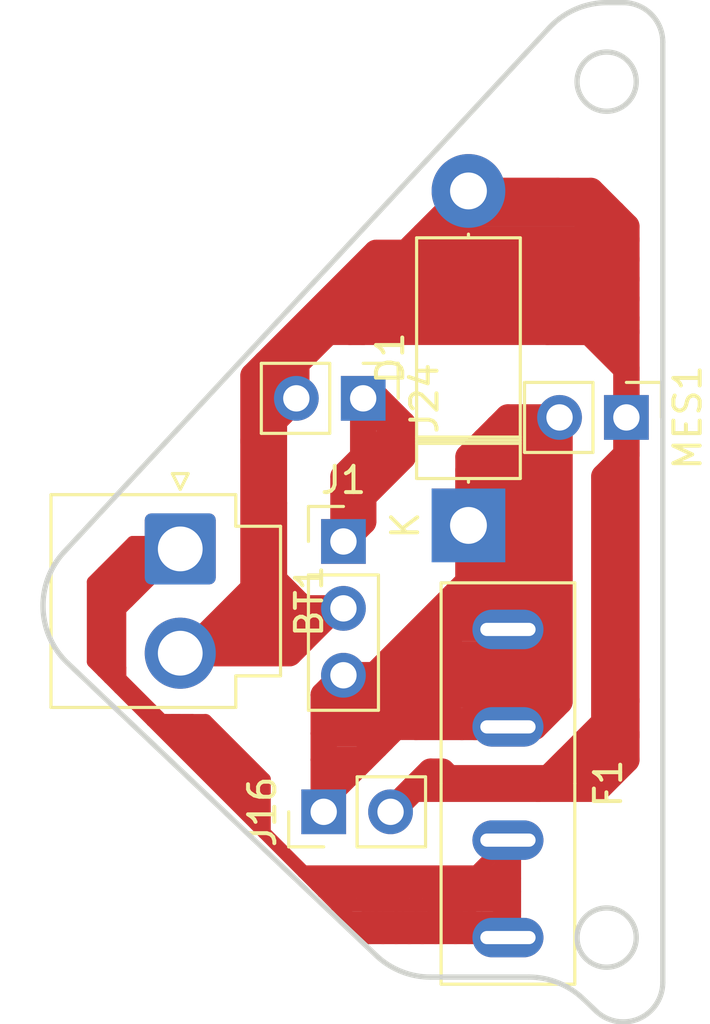
<source format=kicad_pcb>
(kicad_pcb (version 20221018) (generator pcbnew)
  (layers (0 "F.Cu" signal) (31 "B.Cu" signal) (34 "B.Paste" user) (35 "F.Paste" user) (36 "B.SilkS" user "B.Silkscreen") (37 "F.SilkS" user "F.Silkscreen") (38 "B.Mask" user) (39 "F.Mask" user) (44 "Edge.Cuts" user))
  (net 0 "")
  (net 1 "Net-(BT1-+)")
  (net 2 "GND")
  (net 3 "+12V")
  (net 4 "+5V")
  (footprint "Diode_THT:D_5W_P12.70mm_Horizontal" (layer "F.Cu") (at 164.75 96.85 90)
    (fp_text reference "D1" (at 6.35 -2.97 90) (layer "F.SilkS"))
    (fp_text value "D_Shockley")
    (fp_text user "K" (at 0 -2.4 90) (layer "F.SilkS"))
    (fp_line (start 1.64 0) (end 1.78 0) (stroke (width 0.12)) (layer "F.SilkS"))
    (fp_line (start 1.78 -1.97) (end 1.78 1.97) (stroke (width 0.12)) (layer "F.SilkS"))
    (fp_line (start 1.78 1.97) (end 10.92 1.97) (stroke (width 0.12)) (layer "F.SilkS"))
    (fp_line (start 3.115 -1.97) (end 3.115 1.97) (stroke (width 0.12)) (layer "F.SilkS"))
    (fp_line (start 3.235 -1.97) (end 3.235 1.97) (stroke (width 0.12)) (layer "F.SilkS"))
    (fp_line (start 3.355 -1.97) (end 3.355 1.97) (stroke (width 0.12)) (layer "F.SilkS"))
    (fp_line (start 10.92 -1.97) (end 1.78 -1.97) (stroke (width 0.12)) (layer "F.SilkS"))
    (fp_line (start 10.92 1.97) (end 10.92 -1.97) (stroke (width 0.12)) (layer "F.SilkS"))
    (fp_line (start 11.06 0) (end 10.92 0) (stroke (width 0.12)) (layer "F.SilkS"))
    (pad "1" thru_hole rect (at 0 0 90) (size 2.8 2.8) (drill 1.4) (layers "*.Cu" "*.Mask") (net 3 "+12V"))
    (pad "2" thru_hole oval (at 12.7 0 90) (size 2.8 2.8) (drill 1.4) (layers "*.Cu" "*.Mask") (net 2 "GND"))
  )
  (footprint "Connector_PinHeader_2.54mm:PinHeader_1x02_P2.54mm_Vertical" (layer "F.Cu") (at 159.25 107.725 90)
    (fp_text reference "J16" (at 0 -2.33 90) (layer "F.SilkS"))
    (fp_text value "Conn_01x02_Socket")
    (fp_line (start -1.33 -1.33) (end 0 -1.33) (stroke (width 0.12)) (layer "F.SilkS"))
    (fp_line (start -1.33 0) (end -1.33 -1.33) (stroke (width 0.12)) (layer "F.SilkS"))
    (fp_line (start -1.33 1.27) (end -1.33 3.87) (stroke (width 0.12)) (layer "F.SilkS"))
    (fp_line (start -1.33 1.27) (end 1.33 1.27) (stroke (width 0.12)) (layer "F.SilkS"))
    (fp_line (start -1.33 3.87) (end 1.33 3.87) (stroke (width 0.12)) (layer "F.SilkS"))
    (fp_line (start 1.33 1.27) (end 1.33 3.87) (stroke (width 0.12)) (layer "F.SilkS"))
    (pad "1" thru_hole rect (at 0 0 90) (size 1.7 1.7) (drill 1) (layers "*.Cu" "*.Mask") (net 3 "+12V"))
    (pad "2" thru_hole oval (at 0 2.54 90) (size 1.7 1.7) (drill 1) (layers "*.Cu" "*.Mask") (net 2 "GND"))
  )
  (footprint "Connector_PinHeader_2.54mm:PinHeader_1x03_P2.54mm_Vertical" (layer "F.Cu") (at 160 97.46)
    (fp_text reference "J1" (at 0 -2.33) (layer "F.SilkS"))
    (fp_text value "Conn_01x03_Socket")
    (fp_line (start -1.33 -1.33) (end 0 -1.33) (stroke (width 0.12)) (layer "F.SilkS"))
    (fp_line (start -1.33 0) (end -1.33 -1.33) (stroke (width 0.12)) (layer "F.SilkS"))
    (fp_line (start -1.33 1.27) (end -1.33 6.41) (stroke (width 0.12)) (layer "F.SilkS"))
    (fp_line (start -1.33 1.27) (end 1.33 1.27) (stroke (width 0.12)) (layer "F.SilkS"))
    (fp_line (start -1.33 6.41) (end 1.33 6.41) (stroke (width 0.12)) (layer "F.SilkS"))
    (fp_line (start 1.33 1.27) (end 1.33 6.41) (stroke (width 0.12)) (layer "F.SilkS"))
    (pad "1" thru_hole rect (at 0 0) (size 1.7 1.7) (drill 1) (layers "*.Cu" "*.Mask") (net 4 "+5V"))
    (pad "2" thru_hole oval (at 0 2.54) (size 1.7 1.7) (drill 1) (layers "*.Cu" "*.Mask") (net 2 "GND"))
    (pad "3" thru_hole oval (at 0 5.08) (size 1.7 1.7) (drill 1) (layers "*.Cu" "*.Mask") (net 3 "+12V"))
  )
  (footprint "Connector_PinHeader_2.54mm:PinHeader_1x02_P2.54mm_Vertical" (layer "F.Cu") (at 160.75 92.025 -90)
    (fp_text reference "J24" (at 0 -2.33 90) (layer "F.SilkS"))
    (fp_text value "Conn_01x02_Socket")
    (fp_line (start -1.33 -1.33) (end 0 -1.33) (stroke (width 0.12)) (layer "F.SilkS"))
    (fp_line (start -1.33 0) (end -1.33 -1.33) (stroke (width 0.12)) (layer "F.SilkS"))
    (fp_line (start -1.33 1.27) (end -1.33 3.87) (stroke (width 0.12)) (layer "F.SilkS"))
    (fp_line (start -1.33 1.27) (end 1.33 1.27) (stroke (width 0.12)) (layer "F.SilkS"))
    (fp_line (start -1.33 3.87) (end 1.33 3.87) (stroke (width 0.12)) (layer "F.SilkS"))
    (fp_line (start 1.33 1.27) (end 1.33 3.87) (stroke (width 0.12)) (layer "F.SilkS"))
    (pad "1" thru_hole rect (at 0 0 270) (size 1.7 1.7) (drill 1) (layers "*.Cu" "*.Mask") (net 4 "+5V"))
    (pad "2" thru_hole oval (at 0 2.54 270) (size 1.7 1.7) (drill 1) (layers "*.Cu" "*.Mask") (net 2 "GND"))
  )
  (footprint "Connector_PinHeader_2.54mm:PinHeader_1x02_P2.54mm_Vertical" (layer "F.Cu") (at 170.75 92.75 -90)
    (fp_text reference "MES1" (at 0 -2.33 90) (layer "F.SilkS"))
    (fp_text value "Voltmeter_DC")
    (fp_line (start -1.33 -1.33) (end 0 -1.33) (stroke (width 0.12)) (layer "F.SilkS"))
    (fp_line (start -1.33 0) (end -1.33 -1.33) (stroke (width 0.12)) (layer "F.SilkS"))
    (fp_line (start -1.33 1.27) (end -1.33 3.87) (stroke (width 0.12)) (layer "F.SilkS"))
    (fp_line (start -1.33 1.27) (end 1.33 1.27) (stroke (width 0.12)) (layer "F.SilkS"))
    (fp_line (start -1.33 3.87) (end 1.33 3.87) (stroke (width 0.12)) (layer "F.SilkS"))
    (fp_line (start 1.33 1.27) (end 1.33 3.87) (stroke (width 0.12)) (layer "F.SilkS"))
    (pad "1" thru_hole rect (at 0 0 270) (size 1.7 1.7) (drill 1) (layers "*.Cu" "*.Mask") (net 2 "GND"))
    (pad "2" thru_hole oval (at 0 2.54 270) (size 1.7 1.7) (drill 1) (layers "*.Cu" "*.Mask") (net 3 "+12V"))
  )
  (footprint "Fuse_Socket:fuse_socket" (layer "F.Cu") (at 163.71 106.65 90)
    (fp_text reference "F1" (at 0 6.35 90) (layer "F.SilkS"))
    (fp_text value "Fuse")
    (fp_line (start -7.62 0) (end -7.62 5.08) (stroke (width 0.12)) (layer "F.SilkS"))
    (fp_line (start -7.62 5.08) (end 0 5.08) (stroke (width 0.12)) (layer "F.SilkS"))
    (fp_line (start 0 0) (end -7.62 0) (stroke (width 0.12)) (layer "F.SilkS"))
    (fp_line (start 0 5.08) (end 7.62 5.08) (stroke (width 0.12)) (layer "F.SilkS"))
    (fp_line (start 7.62 0) (end 0 0) (stroke (width 0.12)) (layer "F.SilkS"))
    (fp_line (start 7.62 5.08) (end 7.62 0) (stroke (width 0.12)) (layer "F.SilkS"))
    (pad "1" thru_hole oval (at -5.85 2.54 90) (size 1.5 2.7) (drill oval 0.5 2.1) (layers "*.Cu" "*.Mask") (net 1 "Net-(BT1-+)"))
    (pad "1" thru_hole oval (at -2.15 2.54 90) (size 1.5 2.7) (drill oval 0.5 2.1) (layers "*.Cu" "*.Mask") (net 1 "Net-(BT1-+)"))
    (pad "2" thru_hole oval (at 2.15 2.54 90) (size 1.5 2.7) (drill oval 0.5 2.1) (layers "*.Cu" "*.Mask") (net 3 "+12V"))
    (pad "2" thru_hole oval (at 5.85 2.54 90) (size 1.5 2.7) (drill oval 0.5 2.1) (layers "*.Cu" "*.Mask") (net 3 "+12V"))
  )
  (footprint "Connector_JST:JST_VH_B2P-VH-B_1x02_P3.96mm_Vertical" (layer "F.Cu") (at 153.8 97.7425 -90)
    (fp_text reference "BT1" (at 1.98 -4.9 90) (layer "F.SilkS"))
    (fp_text value "Battery")
    (fp_line (start -2.86 -0.3) (end -2.26 0) (stroke (width 0.12)) (layer "F.SilkS"))
    (fp_line (start -2.86 0.3) (end -2.86 -0.3) (stroke (width 0.12)) (layer "F.SilkS"))
    (fp_line (start -2.26 0) (end -2.86 0.3) (stroke (width 0.12)) (layer "F.SilkS"))
    (fp_line (start -2.06 -2.11) (end -0.86 -2.11) (stroke (width 0.12)) (layer "F.SilkS"))
    (fp_line (start -2.06 4.91) (end -2.06 -2.11) (stroke (width 0.12)) (layer "F.SilkS"))
    (fp_line (start -0.86 -3.81) (end 4.82 -3.81) (stroke (width 0.12)) (layer "F.SilkS"))
    (fp_line (start -0.86 -2.11) (end -0.86 -3.81) (stroke (width 0.12)) (layer "F.SilkS"))
    (fp_line (start 4.82 -3.81) (end 4.82 -2.11) (stroke (width 0.12)) (layer "F.SilkS"))
    (fp_line (start 4.82 -2.11) (end 6.02 -2.11) (stroke (width 0.12)) (layer "F.SilkS"))
    (fp_line (start 6.02 -2.11) (end 6.02 4.91) (stroke (width 0.12)) (layer "F.SilkS"))
    (fp_line (start 6.02 4.91) (end -2.06 4.91) (stroke (width 0.12)) (layer "F.SilkS"))
    (pad "1" thru_hole roundrect (at 0 0 270) (size 2.7 2.7) (drill 1.7) (layers "*.Cu" "*.Mask") (roundrect_rratio 0.09259296296) (net 1 "Net-(BT1-+)"))
    (pad "2" thru_hole circle (at 3.96 0 270) (size 2.7 2.7) (drill 1.7) (layers "*.Cu" "*.Mask") (net 2 "GND"))
  )
  (gr_line (start 170.63228 77) (end 170.014935 77) (stroke (width 0.2)) (layer "Edge.Cuts"))
  (gr_arc (start 167.813827 77.961588) (mid 168.813943 77.250888) (end 170.014935 77) (stroke (width 0.2)) (layer "Edge.Cuts"))
  (gr_arc (start 149.52281 102.078621) (mid 148.587178 99.998688) (end 149.384456 97.861896) (stroke (width 0.2)) (layer "Edge.Cuts"))
  (gr_line (start 149.52281 102.078621) (end 161.244323 113.178313) (stroke (width 0.2)) (layer "Edge.Cuts"))
  (gr_line (start 163.307077 114) (end 167.042138 114) (stroke (width 0.2)) (layer "Edge.Cuts"))
  (gr_arc (start 172.13228 114.202229) (mid 171.225127 115.580102) (end 169.600903 115.291386) (stroke (width 0.2)) (layer "Edge.Cuts"))
  (gr_circle (center 170 80) (end 168.875 80) (stroke (width 0.2)) (fill none) (layer "Edge.Cuts"))
  (gr_line (start 172.13228 114.202229) (end 172.13228 78.5) (stroke (width 0.2)) (layer "Edge.Cuts"))
  (gr_arc (start 167.042138 114) (mid 168.152332 114.212982) (end 169.104892 114.821688) (stroke (width 0.2)) (layer "Edge.Cuts"))
  (gr_arc (start 163.307077 114) (mid 162.196883 113.787018) (end 161.244323 113.178313) (stroke (width 0.2)) (layer "Edge.Cuts"))
  (gr_circle (center 170 112.5) (end 168.875 112.5) (stroke (width 0.2)) (fill none) (layer "Edge.Cuts"))
  (gr_arc (start 170.63228 77) (mid 171.69294 77.43934) (end 172.13228 78.5) (stroke (width 0.2)) (layer "Edge.Cuts"))
  (gr_line (start 167.813827 77.961588) (end 149.384456 97.861896) (stroke (width 0.2)) (layer "Edge.Cuts"))
  (gr_line (start 169.104892 114.821688) (end 169.600903 115.291386) (stroke (width 0.2)) (layer "Edge.Cuts"))
  (segment (start 162.25 111.261028) (end 165.738972 111.261028) (width 0.5) (layer "F.Cu") (net 1))
  (segment (start 163.5 110.75) (end 163.25 110.75) (width 0.5) (layer "F.Cu") (net 1))
  (segment (start 160.238972 111.761028) (end 160.613972 112.136028) (width 0.5) (layer "F.Cu") (net 1))
  (segment (start 158.988972 110.511028) (end 159.238972 110.761028) (width 0.5) (layer "F.Cu") (net 1))
  (segment (start 153.8 97.7425) (end 151.5 100.0425) (width 0.5) (layer "F.Cu") (net 1))
  (segment (start 151.5 103.022056) (end 152.738972 104.261028) (width 0.5) (layer "F.Cu") (net 1))
  (segment (start 162.5 112.5) (end 162.5 112.261028) (width 0.5) (layer "F.Cu") (net 1))
  (segment (start 161.75 110.75) (end 164.25 110.75) (width 0.5) (layer "F.Cu") (net 1))
  (segment (start 162.5 112.5) (end 163 112.5) (width 0.5) (layer "F.Cu") (net 1))
  (segment (start 164.25 112.5) (end 164.75 112.5) (width 0.5) (layer "F.Cu") (net 1))
  (segment (start 162.25 111.261028) (end 162.25 110.75) (width 0.5) (layer "F.Cu") (net 1))
  (segment (start 161 111.761028) (end 161.5 111.761028) (width 0.5) (layer "F.Cu") (net 1))
  (segment (start 151.5 102.655192) (end 151.5 102.25) (width 0.5) (layer "F.Cu") (net 1))
  (segment (start 162 112.5) (end 162 112.261028) (width 0.5) (layer "F.Cu") (net 1))
  (segment (start 156.988972 108) (end 156.988972 107.5) (width 0.5) (layer "F.Cu") (net 1))
  (segment (start 161.5 112.5) (end 162 112.5) (width 0.5) (layer "F.Cu") (net 1))
  (segment (start 160.75 111.261028) (end 161.25 111.261028) (width 0.5) (layer "F.Cu") (net 1))
  (segment (start 165 110.75) (end 163.5 110.75) (width 0.5) (layer "F.Cu") (net 1))
  (segment (start 151.1875 102.5625) (end 151.1875 99.75) (width 0.5) (layer "F.Cu") (net 1))
  (segment (start 160.25 111.261028) (end 160.75 111.261028) (width 0.5) (layer "F.Cu") (net 1))
  (segment (start 164 111.261028) (end 164 111.25) (width 0.5) (layer "F.Cu") (net 1))
  (segment (start 163 111.761028) (end 163.5 111.761028) (width 0.5) (layer "F.Cu") (net 1))
  (segment (start 150.875 99.25) (end 150.875 98.625) (width 0.5) (layer "F.Cu") (net 1))
  (segment (start 160.25 110.75) (end 161 110.75) (width 0.5) (layer "F.Cu") (net 1))
  (segment (start 163.75 112.261028) (end 164.25 111.761028) (width 0.5) (layer "F.Cu") (net 1))
  (segment (start 161.5 111.761028) (end 162 111.761028) (width 0.5) (layer "F.Cu") (net 1))
  (segment (start 160.613972 112.136028) (end 160.863972 112.386028) (width 0.5) (layer "F.Cu") (net 1))
  (segment (start 166.25 110.25) (end 166.25 110.75) (width 1) (layer "F.Cu") (net 1))
  (segment (start 161.25 111) (end 161 110.75) (width 0.5) (layer "F.Cu") (net 1))
  (segment (start 166.25 108.8) (end 166.25 109.5) (width 1) (layer "F.Cu") (net 1))
  (segment (start 156.988972 107) (end 156.988972 106.488972) (width 0.5) (layer "F.Cu") (net 1))
  (segment (start 164.75 112.5) (end 164.75 112.261028) (width 0.5) (layer "F.Cu") (net 1))
  (segment (start 162 110.25) (end 159.75 110.25) (width 0.5) (layer "F.Cu") (net 1))
  (segment (start 163.25 111.261028) (end 164 111.261028) (width 0.5) (layer "F.Cu") (net 1))
  (segment (start 153.5575 97.5) (end 152 97.5) (width 0.5) (layer "F.Cu") (net 1))
  (segment (start 159.75 110.25) (end 159.238972 110.761028) (width 0.5) (layer "F.Cu") (net 1))
  (segment (start 151.1875 98.9375) (end 150.875 99.25) (width 0.5) (layer "F.Cu") (net 1))
  (segment (start 164.25 110.75) (end 165 110.75) (width 0.5) (layer "F.Cu") (net 1))
  (segment (start 151.5 100.0425) (end 151.5 102.25) (width 0.5) (layer "F.Cu") (net 1))
  (segment (start 152.2425 97.8825) (end 151.8125 98.3125) (width 0.5) (layer "F.Cu") (net 1))
  (segment (start 152.0425 99.5) (end 152.39625 99.14625) (width 0.5) (layer "F.Cu") (net 1))
  (segment (start 151.8125 99.27) (end 151.8125 98.3125) (width 0.5) (layer "F.Cu") (net 1))
  (segment (start 151.4375 98.6875) (end 151.4375 99.1875) (width 0.5) (layer "F.Cu") (net 1))
  (segment (start 164 111.261028) (end 164.488972 111.261028) (width 0.5) (layer "F.Cu") (net 1))
  (segment (start 156.988972 108.511028) (end 156.988972 108) (width 0.5) (layer "F.Cu") (net 1))
  (segment (start 159.738972 111.261028) (end 160.238972 111.761028) (width 0.5) (layer "F.Cu") (net 1))
  (segment (start 164.75 112.261028) (end 165.25 111.761028) (width 0.5) (layer "F.Cu") (net 1))
  (segment (start 164.25 112.5) (end 164.25 112.261028) (width 0.5) (layer "F.Cu") (net 1))
  (segment (start 160.238972 111.761028) (end 161 111.761028) (width 0.5) (layer "F.Cu") (net 1))
  (segment (start 160.25 111.261028) (end 160.25 110.75) (width 0.5) (layer "F.Cu") (net 1))
  (segment (start 165.25 111.761028) (end 165.988972 111.761028) (width 0.5) (layer "F.Cu") (net 1))
  (segment (start 162.75 111.261028) (end 163.25 111.261028) (width 0.5) (layer "F.Cu") (net 1))
  (segment (start 158.488972 110.011028) (end 158.988972 110.511028) (width 0.5) (layer "F.Cu") (net 1))
  (segment (start 158.488972 110.011028) (end 165.038972 110.011028) (width 0.5) (layer "F.Cu") (net 1))
  (segment (start 160.863972 112.386028) (end 161.488972 111.761028) (width 0.5) (layer "F.Cu") (net 1))
  (segment (start 151.4375 99.1875) (end 151.75 99.5) (width 0.5) (layer "F.Cu") (net 1))
  (segment (start 152 97.5) (end 150.875 98.625) (width 0.5) (layer "F.Cu") (net 1))
  (segment (start 164.988972 111.261028) (end 164.761028 111.261028) (width 0.5) (layer "F.Cu") (net 1))
  (segment (start 158.988972 110.511028) (end 159.25 110.25) (width 0.5) (layer "F.Cu") (net 1))
  (segment (start 150.863972 102.386028) (end 151.113972 102.636028) (width 0.5) (layer "F.Cu") (net 1))
  (segment (start 162 112.261028) (end 162.5 111.761028) (width 0.5) (layer "F.Cu") (net 1))
  (segment (start 161.25 111.261028) (end 162 111.261028) (width 0.5) (layer "F.Cu") (net 1))
  (segment (start 151.5 102.25) (end 151.5 103.022056) (width 0.5) (layer "F.Cu") (net 1))
  (segment (start 160.977944 112.5) (end 161.5 112.5) (width 0.5) (layer "F.Cu") (net 1))
  (segment (start 153.25 104.261028) (end 152.738972 104.261028) (width 0.5) (layer "F.Cu") (net 1))
  (segment (start 153.75 104.261028) (end 156.988972 107.5) (width 0.5) (layer "F.Cu") (net 1))
  (segment (start 166.25 109.5) (end 166.25 110.25) (width 1) (layer "F.Cu") (net 1))
  (segment (start 162.5 112.261028) (end 163 111.761028) (width 0.5) (layer "F.Cu") (net 1))
  (segment (start 152.2425 97.7425) (end 152 97.5) (width 0.5) (layer "F.Cu") (net 1))
  (segment (start 159.738972 111.261028) (end 160.25 111.261028) (width 0.5) (layer "F.Cu") (net 1))
  (segment (start 153.105836 104.261028) (end 151.5 102.655192) (width 0.5) (layer "F.Cu") (net 1))
  (segment (start 162 112.5) (end 162.5 112.5) (width 0.5) (layer "F.Cu") (net 1))
  (segment (start 152.2425 98.9925) (end 152.2425 97.8825) (width 0.5) (layer "F.Cu") (net 1))
  (segment (start 162 111.261028) (end 162 110.25) (width 0.5) (layer "F.Cu") (net 1))
  (segment (start 165.738972 110.988972) (end 165.738972 111.261028) (width 0.5) (layer "F.Cu") (net 1))
  (segment (start 166.25 110.75) (end 166.25 111.5) (width 1) (layer "F.Cu") (net 1))
  (segment (start 161.5 112.261028) (end 162 111.761028) (width 0.5) (layer "F.Cu") (net 1))
  (segment (start 151.1875 99.75) (end 151.1875 99.5) (width 0.5) (layer "F.Cu") (net 1))
  (segment (start 163.75 112.5) (end 163.75 112.261028) (width 0.5) (layer "F.Cu") (net 1))
  (segment (start 165.5 110.75) (end 166.25 110.75) (width 0.5) (layer "F.Cu") (net 1))
  (segment (start 160.988972 111.761028) (end 161 111.761028) (width 0.5) (layer "F.Cu") (net 1))
  (segment (start 150.863972 102.386028) (end 150.875 102.375) (width 0.5) (layer "F.Cu") (net 1))
  (segment (start 160.863972 112.386028) (end 160.977944 112.5) (width 0.5) (layer "F.Cu") (net 1))
  (segment (start 160.613972 112.136028) (end 160.988972 111.761028) (width 0.5) (layer "F.Cu") (net 1))
  (segment (start 164.761028 111.261028) (end 164.25 110.75) (width 0.5) (layer "F.Cu") (net 1))
  (segment (start 154.761028 104.261028) (end 153.5 104.261028) (width 0.5) (layer "F.Cu") (net 1))
  (segment (start 153.5 104.261028) (end 153.25 104.261028) (width 0.5) (layer "F.Cu") (net 1))
  (segment (start 163.5 112.5) (end 163.5 111.761028) (width 0.5) (layer "F.Cu") (net 1))
  (segment (start 161.25 111.261028) (end 161.25 111) (width 0.5) (layer "F.Cu") (net 1))
  (segment (start 164 111) (end 164.25 110.75) (width 0.5) (layer "F.Cu") (net 1))
  (segment (start 151.8125 98.3125) (end 151.4375 98.6875) (width 0.5) (layer "F.Cu") (net 1))
  (segment (start 163.5 112.5) (end 163.75 112.5) (width 0.5) (layer "F.Cu") (net 1))
  (segment (start 161.488972 111.761028) (end 161.5 111.761028) (width 0.5) (layer "F.Cu") (net 1))
  (segment (start 159.238972 110.761028) (end 159.25 110.75) (width 0.5) (layer "F.Cu") (net 1))
  (segment (start 166.25 110.25) (end 162 110.25) (width 0.5) (layer "F.Cu") (net 1))
  (segment (start 163.75 112.5) (end 164.25 112.5) (width 0.5) (layer "F.Cu") (net 1))
  (segment (start 153.8 97.7425) (end 152.2425 97.7425) (width 0.5) (layer "F.Cu") (net 1))
  (segment (start 162.75 110.75) (end 162.25 110.75) (width 0.5) (layer "F.Cu") (net 1))
  (segment (start 151.1875 99.5) (end 151.75 99.5) (width 0.5) (layer "F.Cu") (net 1))
  (segment (start 150.5 99) (end 150.5 102.022056) (width 0.5) (layer "F.Cu") (net 1))
  (segment (start 162.25 110.75) (end 161.761028 110.75) (width 0.5) (layer "F.Cu") (net 1))
  (segment (start 165.738972 110.011028) (end 166.25 109.5) (width 0.5) (layer "F.Cu") (net 1))
  (segment (start 164.988972 111.261028) (end 165.5 110.75) (width 0.5) (layer "F.Cu") (net 1))
  (segment (start 158.488972 110.011028) (end 165.738972 110.011028) (width 0.5) (layer "F.Cu") (net 1))
  (segment (start 151.113972 102.636028) (end 151.1875 102.5625) (width 0.5) (layer "F.Cu") (net 1))
  (segment (start 165.738972 111.261028) (end 166.25 110.75) (width 0.5) (layer "F.Cu") (net 1))
  (segment (start 152.738972 104.261028) (end 156.988972 108.511028) (width 0.5) (layer "F.Cu") (net 1))
  (segment (start 165.038972 110.011028) (end 166.25 108.8) (width 0.5) (layer "F.Cu") (net 1))
  (segment (start 151.75 99.5) (end 152.0425 99.5) (width 0.5) (layer "F.Cu") (net 1))
  (segment (start 165.5 110.75) (end 165.738972 110.988972) (width 0.5) (layer "F.Cu") (net 1))
  (segment (start 151.4375 98.6875) (end 151.1875 98.9375) (width 0.5) (layer "F.Cu") (net 1))
  (segment (start 150.875 102.375) (end 150.875 99.25) (width 0.5) (layer "F.Cu") (net 1))
  (segment (start 152.2425 97.7425) (end 152.2425 97.8825) (width 0.5) (layer "F.Cu") (net 1))
  (segment (start 153.25 104.261028) (end 154.25 104.261028) (width 0.5) (layer "F.Cu") (net 1))
  (segment (start 165.988972 111.761028) (end 166.25 111.5) (width 0.5) (layer "F.Cu") (net 1))
  (segment (start 161.5 112.5) (end 161.5 112.261028) (width 0.5) (layer "F.Cu") (net 1))
  (segment (start 163 112.5) (end 163.5 112.5) (width 0.5) (layer "F.Cu") (net 1))
  (segment (start 156.988972 106.488972) (end 154.761028 104.261028) (width 0.5) (layer "F.Cu") (net 1))
  (segment (start 160.75 111) (end 161 110.75) (width 0.5) (layer "F.Cu") (net 1))
  (segment (start 159.25 110.25) (end 166.25 110.25) (width 0.5) (layer "F.Cu") (net 1))
  (segment (start 160.75 111.261028) (end 160.75 111) (width 0.5) (layer "F.Cu") (net 1))
  (segment (start 153.25 104.261028) (end 156.988972 108) (width 0.5) (layer "F.Cu") (net 1))
  (segment (start 152.39625 99.14625) (end 152.2425 98.9925) (width 0.5) (layer "F.Cu") (net 1))
  (segment (start 151.113972 102.636028) (end 151.5 103.022056) (width 0.5) (layer "F.Cu") (net 1))
  (segment (start 163.5 111.761028) (end 164.25 111.761028) (width 0.5) (layer "F.Cu") (net 1))
  (segment (start 151.1875 99.5) (end 151.1875 98.9375) (width 0.5) (layer "F.Cu") (net 1))
  (segment (start 153.25 104.261028) (end 153.105836 104.261028) (width 0.5) (layer "F.Cu") (net 1))
  (segment (start 164.75 111.761028) (end 165.25 111.761028) (width 0.5) (layer "F.Cu") (net 1))
  (segment (start 162.5 111.761028) (end 163 111.761028) (width 0.5) (layer "F.Cu") (net 1))
  (segment (start 161.761028 110.75) (end 161.25 111.261028) (width 0.5) (layer "F.Cu") (net 1))
  (segment (start 165 110.75) (end 165.5 110.75) (width 0.5) (layer "F.Cu") (net 1))
  (segment (start 151.7925 99.75) (end 153.8 97.7425) (width 0.5) (layer "F.Cu") (net 1))
  (segment (start 162.75 111.261028) (end 162.75 110.75) (width 0.5) (layer "F.Cu") (net 1))
  (segment (start 163 112.5) (end 163 112.261028) (width 0.5) (layer "F.Cu") (net 1))
  (segment (start 164.75 112.5) (end 166.25 112.5) (width 0.5) (layer "F.Cu") (net 1))
  (segment (start 164 111.261028) (end 164 111) (width 0.5) (layer "F.Cu") (net 1))
  (segment (start 162 111.761028) (end 162.5 111.761028) (width 0.5) (layer "F.Cu") (net 1))
  (segment (start 156.988972 107.5) (end 156.988972 107) (width 0.5) (layer "F.Cu") (net 1))
  (segment (start 150.875 98.625) (end 150.5 99) (width 0.5) (layer "F.Cu") (net 1))
  (segment (start 163.25 111.261028) (end 164.988972 111.261028) (width 0.5) (layer "F.Cu") (net 1))
  (segment (start 156.988972 108.511028) (end 158.488972 110.011028) (width 0.5) (layer "F.Cu") (net 1))
  (segment (start 166.25 111.5) (end 166.25 112.5) (width 1) (layer "F.Cu") (net 1))
  (segment (start 163.25 111.261028) (end 163.25 110.75) (width 0.5) (layer "F.Cu") (net 1))
  (segment (start 152.39625 99.14625) (end 153.8 97.7425) (width 0.5) (layer "F.Cu") (net 1))
  (segment (start 164.25 112.261028) (end 164.75 111.761028) (width 0.5) (layer "F.Cu") (net 1))
  (segment (start 153.5 104.261028) (end 153.75 104.261028) (width 0.5) (layer "F.Cu") (net 1))
  (segment (start 152.0425 99.5) (end 151.8125 99.27) (width 0.5) (layer "F.Cu") (net 1))
  (segment (start 159.238972 110.761028) (end 159.738972 111.261028) (width 0.5) (layer "F.Cu") (net 1))
  (segment (start 160.75 111.261028) (end 162.75 111.261028) (width 0.5) (layer "F.Cu") (net 1))
  (segment (start 159.738972 111.261028) (end 160.25 110.75) (width 0.5) (layer "F.Cu") (net 1))
  (segment (start 159.25 110.75) (end 161.75 110.75) (width 0.5) (layer "F.Cu") (net 1))
  (segment (start 151.1875 99.75) (end 151.7925 99.75) (width 0.5) (layer "F.Cu") (net 1))
  (segment (start 164.25 111.761028) (end 164.75 111.761028) (width 0.5) (layer "F.Cu") (net 1))
  (segment (start 153.8 97.7425) (end 153.5575 97.5) (width 0.5) (layer "F.Cu") (net 1))
  (segment (start 163 112.261028) (end 163.5 111.761028) (width 0.5) (layer "F.Cu") (net 1))
  (segment (start 150.5 102.022056) (end 150.863972 102.386028) (width 0.5) (layer "F.Cu") (net 1))
  (segment (start 164 111.25) (end 163.5 110.75) (width 0.5) (layer "F.Cu") (net 1))
  (segment (start 154.25 104.261028) (end 156.988972 107) (width 0.5) (layer "F.Cu") (net 1))
  (segment (start 162 111.261028) (end 162.25 111.261028) (width 0.5) (layer "F.Cu") (net 1))
  (segment (start 163.25 110.75) (end 162.75 110.75) (width 0.5) (layer "F.Cu") (net 1))
  (segment (start 161 110.75) (end 161.75 110.75) (width 0.5) (layer "F.Cu") (net 1))
  (segment (start 164.488972 111.261028) (end 165 110.75) (width 0.5) (layer "F.Cu") (net 1))
  (segment (start 170.75 105.75) (end 170.75 104.75) (width 1) (layer "F.Cu") (net 2))
  (segment (start 163.075 85.825) (end 163.25 86) (width 1) (layer "F.Cu") (net 2))
  (segment (start 158.44 100.5) (end 156.911688 100.5) (width 1) (layer "F.Cu") (net 2))
  (segment (start 164 106.45) (end 167.8 106.45) (width 1) (layer "F.Cu") (net 2))
  (segment (start 157.411688 100) (end 160 100) (width 1) (layer "F.Cu") (net 2))
  (segment (start 157.945431 101.695431) (end 156.955844 100.705844) (width 1) (layer "F.Cu") (net 2))
  (segment (start 170.25 85) (end 164.75 85) (width 1) (layer "F.Cu") (net 2))
  (segment (start 157.938362 101.7025) (end 157.25 101.7025) (width 1) (layer "F.Cu") (net 2))
  (segment (start 158.44 101.200862) (end 157.938362 101.7025) (width 1) (layer "F.Cu") (net 2))
  (segment (start 167.4 106.85) (end 168.75 106.85) (width 1) (layer "F.Cu") (net 2))
  (segment (start 163.75 86) (end 170 86) (width 1) (layer "F.Cu") (net 2))
  (segment (start 170.75 86.75) (end 170.75 86) (width 1) (layer "F.Cu") (net 2))
  (segment (start 170.75 89.5) (end 170.75 89) (width 1) (layer "F.Cu") (net 2))
  (segment (start 161.45 87.45) (end 170.7 87.45) (width 1) (layer "F.Cu") (net 2))
  (segment (start 170.75 92.75) (end 170.75 89.5) (width 1) (layer "F.Cu") (net 2))
  (segment (start 159.825 89.075) (end 158.21 90.69) (width 1) (layer "F.Cu") (net 2))
  (segment (start 162.4 86.5) (end 163.075 85.825) (width 1) (layer "F.Cu") (net 2))
  (segment (start 163.75 106.2) (end 164 106.45) (width 1) (layer "F.Cu") (net 2))
  (segment (start 169.91 104.34) (end 169.875 104.375) (width 1) (layer "F.Cu") (net 2))
  (segment (start 163.075 85.825) (end 164.75 84.15) (width 1) (layer "F.Cu") (net 2))
  (segment (start 157.36 92.875) (end 157.36 96) (width 1) (layer "F.Cu") (net 2))
  (segment (start 164.75 84.15) (end 161.45 87.45) (width 1) (layer "F.Cu") (net 2))
  (segment (start 170.75 104.85) (end 168.75 106.85) (width 1) (layer "F.Cu") (net 2))
  (segment (start 156.580844 99.25) (end 154.128344 101.7025) (width 1) (layer "F.Cu") (net 2))
  (segment (start 169.91 95) (end 169.91 104.34) (width 1) (layer "F.Cu") (net 2))
  (segment (start 154.128344 101.7025) (end 153.8 101.7025) (width 1) (layer "F.Cu") (net 2))
  (segment (start 167.75 89.5) (end 170.75 89.5) (width 1) (layer "F.Cu") (net 2))
  (segment (start 164.75 85) (end 163.75 86) (width 1) (layer "F.Cu") (net 2))
  (segment (start 170.75 86) (end 170.75 85.5) (width 1) (layer "F.Cu") (net 2))
  (segment (start 159.825 89.075) (end 160.25 89.5) (width 1) (layer "F.Cu") (net 2))
  (segment (start 160.25 89.5) (end 160.75 89.5) (width 1) (layer "F.Cu") (net 2))
  (segment (start 168.5 105.75) (end 169.875 104.375) (width 1) (layer "F.Cu") (net 2))
  (segment (start 159.9 89) (end 170.75 89) (width 1) (layer "F.Cu") (net 2))
  (segment (start 170.75 88.25) (end 170.75 87.5) (width 1) (layer "F.Cu") (net 2))
  (segment (start 158.44 100) (end 158.44 100.5) (width 1) (layer "F.Cu") (net 2))
  (segment (start 170.75 89) (end 170.75 88.25) (width 1) (layer "F.Cu") (net 2))
  (segment (start 170.75 94.16) (end 169.91 95) (width 1) (layer "F.Cu") (net 2))
  (segment (start 156.580844 100.25) (end 156.580844 99.25) (width 1) (layer "F.Cu") (net 2))
  (segment (start 160.65 88.25) (end 170.75 88.25) (width 1) (layer "F.Cu") (net 2))
  (segment (start 158.25 92.025) (end 158.2 92.075) (width 0.5) (layer "F.Cu") (net 2))
  (segment (start 167.8 106.45) (end 168.5 105.75) (width 1) (layer "F.Cu") (net 2))
  (segment (start 156.580844 100.830844) (end 156.705844 100.705844) (width 1) (layer "F.Cu") (net 2))
  (segment (start 170.75 104.75) (end 170.75 104.85) (width 1) (layer "F.Cu") (net 2))
  (segment (start 156.911688 100.5) (end 156.705844 100.705844) (width 1) (layer "F.Cu") (net 2))
  (segment (start 156.705844 100.705844) (end 157.411688 100) (width 1) (layer "F.Cu") (net 2))
  (segment (start 157.06 90.69) (end 158.21 90.69) (width 1) (layer "F.Cu") (net 2))
  (segment (start 156.580844 99.25) (end 156.580844 93.654156) (width 1) (layer "F.Cu") (net 2))
  (segment (start 170.75 90.9) (end 169.35 89.5) (width 1) (layer "F.Cu") (net 2))
  (segment (start 169.875 104.375) (end 170.75 103.5) (width 1) (layer "F.Cu") (net 2))
  (segment (start 161.25 86.5) (end 162.4 86.5) (width 1) (layer "F.Cu") (net 2))
  (segment (start 162.665 106.85) (end 163.315 106.2) (width 1) (layer "F.Cu") (net 2))
  (segment (start 157.945431 101.695431) (end 157.938362 101.7025) (width 1) (layer "F.Cu") (net 2))
  (segment (start 157.36 91.39) (end 157.36 92.875) (width 1) (layer "F.Cu") (net 2))
  (segment (start 155.25 101.7025) (end 155.709188 101.7025) (width 1) (layer "F.Cu") (net 2))
  (segment (start 156.955844 100.705844) (end 156.705844 100.705844) (width 1) (layer "F.Cu") (net 2))
  (segment (start 156.580844 100.25) (end 156.580844 100.371656) (width 1) (layer "F.Cu") (net 2))
  (segment (start 162.665 106.85) (end 167.4 106.85) (width 1) (layer "F.Cu") (net 2))
  (segment (start 163.25 86) (end 163.75 86) (width 1) (layer "F.Cu") (net 2))
  (segment (start 158.44 100.5) (end 158.44 101.200862) (width 1) (layer "F.Cu") (net 2))
  (segment (start 158.21 92.025) (end 157.36 92.875) (width 1) (layer "F.Cu") (net 2))
  (segment (start 157.25 101.7025) (end 155.709188 101.7025) (width 1) (layer "F.Cu") (net 2))
  (segment (start 170 86) (end 170.75 86) (width 1) (layer "F.Cu") (net 2))
  (segment (start 169.4 84.15) (end 164.75 84.15) (width 1) (layer "F.Cu") (net 2))
  (segment (start 170.75 104.75) (end 170.75 103.5) (width 1) (layer "F.Cu") (net 2))
  (segment (start 161.79 107.725) (end 162.665 106.85) (width 1) (layer "F.Cu") (net 2))
  (segment (start 167.4 106.85) (end 168.5 105.75) (width 1) (layer "F.Cu") (net 2))
  (segment (start 156.580844 93.654156) (end 157.36 92.875) (width 1) (layer "F.Cu") (net 2))
  (segment (start 170.75 92.75) (end 170.75 94.16) (width 1) (layer "F.Cu") (net 2))
  (segment (start 156.580844 100.830844) (end 156.580844 100.25) (width 1) (layer "F.Cu") (net 2))
  (segment (start 169.35 89.5) (end 167.75 89.5) (width 1) (layer "F.Cu") (net 2))
  (segment (start 157.36 96) (end 157.36 99.948312) (width 1) (layer "F.Cu") (net 2))
  (segment (start 170.75 85.5) (end 170.25 85) (width 1) (layer "F.Cu") (net 2))
  (segment (start 159.4 89.5) (end 160.75 89.5) (width 1) (layer "F.Cu") (net 2))
  (segment (start 163.315 106.2) (end 163.75 106.2) (width 1) (layer "F.Cu") (net 2))
  (segment (start 161.45 87.45) (end 160.45 88.45) (width 1) (layer "F.Cu") (net 2))
  (segment (start 170.25 85) (end 169.4 84.15) (width 1) (layer "F.Cu") (net 2))
  (segment (start 158.21 90.69) (end 158.21 92.025) (width 1) (layer "F.Cu") (net 2))
  (segment (start 157.06 90.69) (end 161.25 86.5) (width 1) (layer "F.Cu") (net 2))
  (segment (start 162.65 86.75) (end 170.75 86.75) (width 1) (layer "F.Cu") (net 2))
  (segment (start 168.75 106.85) (end 169.65 106.85) (width 1) (layer "F.Cu") (net 2))
  (segment (start 153.8 101.7025) (end 155.25 101.7025) (width 1) (layer "F.Cu") (net 2))
  (segment (start 156.580844 93.654156) (end 156.580844 91.169156) (width 1) (layer "F.Cu") (net 2))
  (segment (start 157.36 99.948312) (end 157.411688 100) (width 1) (layer "F.Cu") (net 2))
  (segment (start 160.45 88.45) (end 160.65 88.25) (width 1) (layer "F.Cu") (net 2))
  (segment (start 159.825 89.075) (end 159.9 89) (width 1) (layer "F.Cu") (net 2))
  (segment (start 157.06 90.875) (end 157.4675 91.2825) (width 1) (layer "F.Cu") (net 2))
  (segment (start 170.75 87.5) (end 170.75 86.75) (width 1) (layer "F.Cu") (net 2))
  (segment (start 157.36 98.92) (end 157.36 96) (width 1) (layer "F.Cu") (net 2))
  (segment (start 158.44 100.5125) (end 157.25 101.7025) (width 1) (layer "F.Cu") (net 2))
  (segment (start 160 100) (end 159.640862 100) (width 1) (layer "F.Cu") (net 2))
  (segment (start 170.75 103.5) (end 170.75 92.75) (width 1) (layer "F.Cu") (net 2))
  (segment (start 170.75 92.75) (end 170.75 90.9) (width 1) (layer "F.Cu") (net 2))
  (segment (start 170.7 87.45) (end 170.75 87.5) (width 1) (layer "F.Cu") (net 2))
  (segment (start 156.580844 91.169156) (end 157.06 90.69) (width 1) (layer "F.Cu") (net 2))
  (segment (start 160.45 88.45) (end 159.825 89.075) (width 1) (layer "F.Cu") (net 2))
  (segment (start 156.580844 100.371656) (end 155.25 101.7025) (width 1) (layer "F.Cu") (net 2))
  (segment (start 159.640862 100) (end 157.945431 101.695431) (width 1) (layer "F.Cu") (net 2))
  (segment (start 161.8 107.675) (end 161.75 107.725) (width 0.5) (layer "F.Cu") (net 2))
  (segment (start 160 100) (end 158.44 100) (width 1) (layer "F.Cu") (net 2))
  (segment (start 162.4 86.5) (end 162.65 86.75) (width 1) (layer "F.Cu") (net 2))
  (segment (start 160.75 89.5) (end 167.75 89.5) (width 1) (layer "F.Cu") (net 2))
  (segment (start 158.44 100) (end 157.36 98.92) (width 1) (layer "F.Cu") (net 2))
  (segment (start 157.4675 91.2825) (end 158.21 92.025) (width 1) (layer "F.Cu") (net 2))
  (segment (start 158.21 90.69) (end 159.4 89.5) (width 1) (layer "F.Cu") (net 2))
  (segment (start 168.15 84.15) (end 170 86) (width 1) (layer "F.Cu") (net 2))
  (segment (start 157.4675 91.2825) (end 157.36 91.39) (width 1) (layer "F.Cu") (net 2))
  (segment (start 164.75 84.15) (end 168.15 84.15) (width 1) (layer "F.Cu") (net 2))
  (segment (start 158.44 100.5) (end 158.44 100.5125) (width 1) (layer "F.Cu") (net 2))
  (segment (start 169.65 106.85) (end 170.75 105.75) (width 1) (layer "F.Cu") (net 2))
  (segment (start 155.709188 101.7025) (end 156.580844 100.830844) (width 1) (layer "F.Cu") (net 2))
  (segment (start 157.06 90.69) (end 157.06 90.875) (width 1) (layer "F.Cu") (net 2))
  (segment (start 164.75 96.85) (end 164.75 99.3) (width 1) (layer "F.Cu") (net 3))
  (segment (start 164.75 94.75) (end 164.855 94.855) (width 1) (layer "F.Cu") (net 3))
  (segment (start 164.75 99.3) (end 165.225 99.775) (width 1) (layer "F.Cu") (net 3))
  (segment (start 164.75 94.25) (end 165.375 93.625) (width 1) (layer "F.Cu") (net 3))
  (segment (start 164.75 98.992081) (end 166 98.992081) (width 1) (layer "F.Cu") (net 3))
  (segment (start 166.25 103.25) (end 165 103.25) (width 1) (layer "F.Cu") (net 3))
  (segment (start 166.25 104.5) (end 165 103.25) (width 1) (layer "F.Cu") (net 3))
  (segment (start 167.275 102.5) (end 166.25 102.5) (width 1) (layer "F.Cu") (net 3))
  (segment (start 164.75 98.992081) (end 164.75 96.85) (width 1) (layer "F.Cu") (net 3))
  (segment (start 159.25 105.75) (end 159.25 104.75) (width 1) (layer "F.Cu") (net 3))
  (segment (start 166.25 92.75) (end 166.75 92.75) (width 1) (layer "F.Cu") (net 3))
  (segment (start 165.225 95.735) (end 166.105 94.855) (width 1) (layer "F.Cu") (net 3))
  (segment (start 164.75 96.85) (end 164.75 96.21) (width 1) (layer "F.Cu") (net 3))
  (segment (start 167.492081 94.992081) (end 166.73 94.23) (width 1) (layer "F.Cu") (net 3))
  (segment (start 168 103.75) (end 167.25 104.5) (width 1) (layer "F.Cu") (net 3))
  (segment (start 164 101.75) (end 164 101) (width 1) (layer "F.Cu") (net 3))
  (segment (start 168.21 92.75) (end 168.21 93.39) (width 1) (layer "F.Cu") (net 3))
  (segment (start 166.25 100.8) (end 165.275 101.775) (width 1) (layer "F.Cu") (net 3))
  (segment (start 166.375 93.125) (end 167.105 93.855) (width 1) (layer "F.Cu") (net 3))
  (segment (start 159.25 104.75) (end 159.25 103.29) (width 1) (layer "F.Cu") (net 3))
  (segment (start 167.275 102.5) (end 167.275 99.775) (width 1) (layer "F.Cu") (net 3))
  (segment (start 164 103.25) (end 164 104) (width 1) (layer "F.Cu") (net 3))
  (segment (start 166.25 101.75) (end 165.3 101.75) (width 1) (layer "F.Cu") (net 3))
  (segment (start 167.05 103.25) (end 167.05 103.7) (width 1) (layer "F.Cu") (net 3))
  (segment (start 167.25 104.5) (end 166.25 104.5) (width 1) (layer "F.Cu") (net 3))
  (segment (start 161.96 104.5) (end 160 102.54) (width 1) (layer "F.Cu") (net 3))
  (segment (start 166.73 94.23) (end 167.105 93.855) (width 1) (layer "F.Cu") (net 3))
  (segment (start 166.25 100.8) (end 166.25 101.75) (width 1) (layer "F.Cu") (net 3))
  (segment (start 168.21 103.54) (end 168 103.75) (width 1) (layer "F.Cu") (net 3))
  (segment (start 166.25 104.5) (end 166.25 103.25) (width 1) (layer "F.Cu") (net 3))
  (segment (start 165.275 101.775) (end 165.025 102.025) (width 1) (layer "F.Cu") (net 3))
  (segment (start 166.25 103.25) (end 167.05 103.25) (width 1) (layer "F.Cu") (net 3))
  (segment (start 165.025 102.025) (end 164.51 102.54) (width 1) (layer "F.Cu") (net 3))
  (segment (start 164.75 96.21) (end 166.105 94.855) (width 1) (layer "F.Cu") (net 3))
  (segment (start 165.225 99.775) (end 167.275 99.775) (width 1) (layer "F.Cu") (net 3))
  (segment (start 160 102.54) (end 161.202081 102.54) (width 1) (layer "F.Cu") (net 3))
  (segment (start 167.492081 98.992081) (end 167.775 99.275) (width 1) (layer "F.Cu") (net 3))
  (segment (start 167.525 99.525) (end 166.25 100.8) (width 1) (layer "F.Cu") (net 3))
  (segment (start 160.73 103.27) (end 161.125 102.875) (width 1) (layer "F.Cu") (net 3))
  (segment (start 166.2 100.75) (end 166.25 100.8) (width 1) (layer "F.Cu") (net 3))
  (segment (start 165.225 99.775) (end 165.225 95.735) (width 1) (layer "F.Cu") (net 3))
  (segment (start 161.48 104.02) (end 161.48 104.98) (width 1) (layer "F.Cu") (net 3))
  (segment (start 160.71 105.75) (end 161.48 104.98) (width 1) (layer "F.Cu") (net 3))
  (segment (start 164.25 100.75) (end 165.225 99.775) (width 1) (layer "F.Cu") (net 3))
  (segment (start 163.75 104.5) (end 162.75 104.5) (width 1) (layer "F.Cu") (net 3))
  (segment (start 168.21 98.84) (end 167.775 99.275) (width 1) (layer "F.Cu") (net 3))
  (segment (start 162.25 102.75) (end 164.25 100.75) (width 1) (layer "F.Cu") (net 3))
  (segment (start 165.625 93.625) (end 166.48 94.48) (width 1) (layer "F.Cu") (net 3))
  (segment (start 161.48 104.98) (end 161.96 104.5) (width 1) (layer "F.Cu") (net 3))
  (segment (start 159.25 107.21) (end 161.23 105.23) (width 1) (layer "F.Cu") (net 3))
  (segment (start 160.75 104.75) (end 161.23 105.23) (width 1) (layer "F.Cu") (net 3))
  (segment (start 165.3 101.75) (end 166.25 100.8) (width 1) (layer "F.Cu") (net 3))
  (segment (start 164 103.25) (end 163 103.25) (width 1) (layer "F.Cu") (net 3))
  (segment (start 166.48 94.48) (end 166.73 94.23) (width 1) (layer "F.Cu") (net 3))
  (segment (start 166.105 94.855) (end 166.75 95.5) (width 1) (layer "F.Cu") (net 3))
  (segment (start 166.75 98.992081) (end 167.492081 98.992081) (width 1) (layer "F.Cu") (net 3))
  (segment (start 165.875 93.125) (end 166.375 93.125) (width 1) (layer "F.Cu") (net 3))
  (segment (start 165.225 99.775) (end 166.25 100.8) (width 1) (layer "F.Cu") (net 3))
  (segment (start 164.855 94.855) (end 166.105 94.855) (width 1) (layer "F.Cu") (net 3))
  (segment (start 159.98 104.02) (end 160 104) (width 1) (layer "F.Cu") (net 3))
  (segment (start 164 101.75) (end 165.3 101.75) (width 1) (layer "F.Cu") (net 3))
  (segment (start 166.105 94.855) (end 166.48 94.48) (width 1) (layer "F.Cu") (net 3))
  (segment (start 160.71 104.75) (end 160.75 104.75) (width 1) (layer "F.Cu") (net 3))
  (segment (start 168 103.75) (end 167.275 103.025) (width 1) (layer "F.Cu") (net 3))
  (segment (start 165 103.25) (end 165 104.5) (width 1) (layer "F.Cu") (net 3))
  (segment (start 164.75 96.85) (end 164.75 94.75) (width 1) (layer "F.Cu") (net 3))
  (segment (start 166.25 102.5) (end 166.25 104.5) (width 1) (layer "F.Cu") (net 3))
  (segment (start 160.73 103.27) (end 161.48 104.02) (width 1) (layer "F.Cu") (net 3))
  (segment (start 166.25 104.5) (end 165 104.5) (width 1) (layer "F.Cu") (net 3))
  (segment (start 160 104) (end 160 102.54) (width 1) (layer "F.Cu") (net 3))
  (segment (start 159.98 104.02) (end 160.71 104.75) (width 1) (layer "F.Cu") (net 3))
  (segment (start 159.25 103.29) (end 160 102.54) (width 1) (layer "F.Cu") (net 3))
  (segment (start 167.105 93.855) (end 168.21 92.75) (width 1) (layer "F.Cu") (net 3))
  (segment (start 165.875 102.875) (end 165.025 102.025) (width 1) (layer "F.Cu") (net 3))
  (segment (start 166.25 101.75) (end 166.25 102.5) (width 1) (layer "F.Cu") (net 3))
  (segment (start 165 104.5) (end 164.5 104.5) (width 1) (layer "F.Cu") (net 3))
  (segment (start 162.25 103.25) (end 161.875 103.625) (width 1) (layer "F.Cu") (net 3))
  (segment (start 164.75 94.75) (end 166.75 92.75) (width 1) (layer "F.Cu") (net 3))
  (segment (start 165.375 93.625) (end 165.625 93.625) (width 1) (layer "F.Cu") (net 3))
  (segment (start 166 94.96) (end 166.105 94.855) (width 1) (layer "F.Cu") (net 3))
  (segment (start 159.25 103.29) (end 159.98 104.02) (width 1) (layer "F.Cu") (net 3))
  (segment (start 165.875 93.125) (end 166.25 92.75) (width 1) (layer "F.Cu") (net 3))
  (segment (start 167.275 99.775) (end 167.525 99.525) (width 1) (layer "F.Cu") (net 3))
  (segment (start 166.25 101.475) (end 167.275 102.5) (width 1) (layer "F.Cu") (net 3))
  (segment (start 164 102.54) (end 164 101.75) (width 1) (layer "F.Cu") (net 3))
  (segment (start 165.375 93.625) (end 165.875 93.125) (width 1) (layer "F.Cu") (net 3))
  (segment (start 166.75 92.75) (end 168.21 92.75) (width 1) (layer "F.Cu") (net 3))
  (segment (start 167.275 103.025) (end 167.275 102.5) (width 1) (layer "F.Cu") (net 3))
  (segment (start 164.75 96.85) (end 164.75 94.25) (width 1) (layer "F.Cu") (net 3))
  (segment (start 166.25 103.25) (end 165.875 102.875) (width 1) (layer "F.Cu") (net 3))
  (segment (start 167.05 103.7) (end 166.25 104.5) (width 1) (layer "F.Cu") (net 3))
  (segment (start 159.25 107.725) (end 159.25 107.21) (width 1) (layer "F.Cu") (net 3))
  (segment (start 167.775 99.275) (end 167.525 99.525) (width 1) (layer "F.Cu") (net 3))
  (segment (start 166 98.992081) (end 166 94.96) (width 1) (layer "F.Cu") (net 3))
  (segment (start 166 98.992081) (end 166.75 98.992081) (width 1) (layer "F.Cu") (net 3))
  (segment (start 166.25 100.8) (end 166.25 101.475) (width 1) (layer "F.Cu") (net 3))
  (segment (start 167.05 103.25) (end 167.275 103.025) (width 1) (layer "F.Cu") (net 3))
  (segment (start 168.21 92.75) (end 168.21 98.84) (width 1) (layer "F.Cu") (net 3))
  (segment (start 168.21 93.39) (end 164.75 96.85) (width 1) (layer "F.Cu") (net 3))
  (segment (start 165.3 101.75) (end 165.275 101.775) (width 1) (layer "F.Cu") (net 3))
  (segment (start 164 102.54) (end 160 102.54) (width 1) (layer "F.Cu") (net 3))
  (segment (start 164.5 104.5) (end 163.75 104.5) (width 1) (layer "F.Cu") (net 3))
  (segment (start 168.21 98.84) (end 168.21 103.54) (width 1) (layer "F.Cu") (net 3))
  (segment (start 164 101) (end 164.25 100.75) (width 1) (layer "F.Cu") (net 3))
  (segment (start 162.25 103.25) (end 162.25 102.75) (width 1) (layer "F.Cu") (net 3))
  (segment (start 164.25 100.75) (end 166.2 100.75) (width 1) (layer "F.Cu") (net 3))
  (segment (start 159.25 107.725) (end 159.25 105.75) (width 1) (layer "F.Cu") (net 3))
  (segment (start 163 103.25) (end 163 103.75) (width 1) (layer "F.Cu") (net 3))
  (segment (start 160 102.54) (end 160.73 103.27) (width 1) (layer "F.Cu") (net 3))
  (segment (start 159.25 104.75) (end 160.75 104.75) (width 1) (layer "F.Cu") (net 3))
  (segment (start 161.875 103.625) (end 161.48 104.02) (width 1) (layer "F.Cu") (net 3))
  (segment (start 161.202081 102.54) (end 164.75 98.992081) (width 1) (layer "F.Cu") (net 3))
  (segment (start 160.75 104.75) (end 160.73 104.73) (width 1) (layer "F.Cu") (net 3))
  (segment (start 161.23 105.23) (end 161.48 104.98) (width 1) (layer "F.Cu") (net 3))
  (segment (start 165 103.25) (end 164 103.25) (width 1) (layer "F.Cu") (net 3))
  (segment (start 164 104) (end 164.5 104.5) (width 1) (layer "F.Cu") (net 3))
  (segment (start 166.25 104.5) (end 161.96 104.5) (width 1) (layer "F.Cu") (net 3))
  (segment (start 166.75 95.5) (end 166.75 98.992081) (width 1) (layer "F.Cu") (net 3))
  (segment (start 162.75 104.5) (end 161.875 103.625) (width 1) (layer "F.Cu") (net 3))
  (segment (start 163 103.25) (end 162.25 103.25) (width 1) (layer "F.Cu") (net 3))
  (segment (start 160.73 104.73) (end 160.73 103.27) (width 1) (layer "F.Cu") (net 3))
  (segment (start 161.125 102.875) (end 165.875 102.875) (width 1) (layer "F.Cu") (net 3))
  (segment (start 163 103.75) (end 163.75 104.5) (width 1) (layer "F.Cu") (net 3))
  (segment (start 159.25 105.75) (end 160.71 105.75) (width 1) (layer "F.Cu") (net 3))
  (segment (start 164.51 102.54) (end 164 102.54) (width 1) (layer "F.Cu") (net 3))
  (segment (start 167.492081 98.992081) (end 167.492081 94.992081) (width 1) (layer "F.Cu") (net 3))
  (segment (start 161.75 93.5) (end 161.75 93.025) (width 1) (layer "F.Cu") (net 4))
  (segment (start 160.75 95.75) (end 160.75 96.71) (width 1) (layer "F.Cu") (net 4))
  (segment (start 160.75 94.25) (end 160.75 92.025) (width 1) (layer "F.Cu") (net 4))
  (segment (start 161.75 93.5) (end 160.75 94.5) (width 1) (layer "F.Cu") (net 4))
  (segment (start 160.75 96.71) (end 160.75 94.25) (width 1) (layer "F.Cu") (net 4))
  (segment (start 160.75 94.5) (end 160.75 95.75) (width 1) (layer "F.Cu") (net 4))
  (segment (start 160 97.46) (end 160 95) (width 1) (layer "F.Cu") (net 4))
  (segment (start 160 95) (end 160.75 94.25) (width 1) (layer "F.Cu") (net 4))
  (segment (start 162.25 94.25) (end 160.75 95.75) (width 1) (layer "F.Cu") (net 4))
  (segment (start 160.75 92.025) (end 161.275 92.025) (width 1) (layer "F.Cu") (net 4))
  (segment (start 162.25 93) (end 162.25 94.25) (width 1) (layer "F.Cu") (net 4))
  (segment (start 161.275 92.025) (end 162.25 93) (width 1) (layer "F.Cu") (net 4))
  (segment (start 161.75 93.025) (end 160.75 92.025) (width 1) (layer "F.Cu") (net 4))
  (segment (start 162.25 93) (end 161.75 93.5) (width 1) (layer "F.Cu") (net 4))
  (segment (start 160 97.46) (end 160.75 96.71) (width 1) (layer "F.Cu") (net 4))
)
</source>
